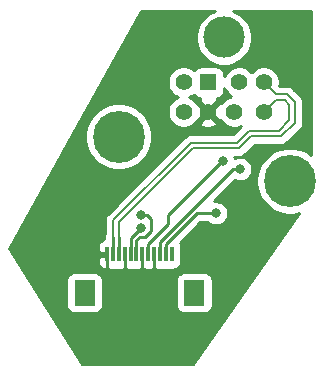
<source format=gbr>
%TF.GenerationSoftware,KiCad,Pcbnew,5.1.12-84ad8e8a86~92~ubuntu20.04.1*%
%TF.CreationDate,2021-12-06T23:40:28-06:00*%
%TF.ProjectId,portboard_dt,706f7274-626f-4617-9264-5f64742e6b69,rev?*%
%TF.SameCoordinates,Original*%
%TF.FileFunction,Copper,L1,Top*%
%TF.FilePolarity,Positive*%
%FSLAX46Y46*%
G04 Gerber Fmt 4.6, Leading zero omitted, Abs format (unit mm)*
G04 Created by KiCad (PCBNEW 5.1.12-84ad8e8a86~92~ubuntu20.04.1) date 2021-12-06 23:40:28*
%MOMM*%
%LPD*%
G01*
G04 APERTURE LIST*
%TA.AperFunction,ComponentPad*%
%ADD10C,3.500000*%
%TD*%
%TA.AperFunction,ComponentPad*%
%ADD11C,1.422400*%
%TD*%
%TA.AperFunction,ComponentPad*%
%ADD12R,1.422400X1.422400*%
%TD*%
%TA.AperFunction,SMDPad,CuDef*%
%ADD13R,0.300000X1.300000*%
%TD*%
%TA.AperFunction,SMDPad,CuDef*%
%ADD14R,1.800000X2.200000*%
%TD*%
%TA.AperFunction,ComponentPad*%
%ADD15C,4.400000*%
%TD*%
%TA.AperFunction,ViaPad*%
%ADD16C,0.800000*%
%TD*%
%TA.AperFunction,Conductor*%
%ADD17C,0.250000*%
%TD*%
%TA.AperFunction,Conductor*%
%ADD18C,0.200000*%
%TD*%
%TA.AperFunction,Conductor*%
%ADD19C,0.254000*%
%TD*%
%TA.AperFunction,Conductor*%
%ADD20C,0.150000*%
%TD*%
G04 APERTURE END LIST*
D10*
%TO.P,J2,SH2*%
%TO.N,N/C*%
X115874800Y-70104000D03*
D11*
%TO.P,J2,2*%
%TO.N,/HSKi*%
X117174800Y-73904000D03*
D12*
%TO.P,J2,1*%
%TO.N,/HSKo*%
X114574800Y-73904000D03*
D11*
%TO.P,J2,3*%
%TO.N,/TXD-*%
X112474800Y-73904000D03*
%TO.P,J2,5*%
%TO.N,/RXD-*%
X119274800Y-73904000D03*
%TO.P,J2,8*%
%TO.N,/RXD+*%
X119274800Y-76404000D03*
%TO.P,J2,6*%
%TO.N,/TXD+*%
X112474800Y-76404000D03*
%TO.P,J2,4*%
%TO.N,GND*%
X114574800Y-76404000D03*
%TO.P,J2,7*%
%TO.N,/GPi*%
X116774800Y-76404000D03*
%TD*%
D13*
%TO.P,J1,12*%
%TO.N,+5V*%
X111487400Y-88472400D03*
%TO.P,J1,11*%
%TO.N,/HSKo*%
X110987400Y-88472400D03*
%TO.P,J1,10*%
%TO.N,/HSKi*%
X110487400Y-88472400D03*
%TO.P,J1,9*%
%TO.N,GND*%
X109987400Y-88472400D03*
%TO.P,J1,8*%
%TO.N,/GPi*%
X109487400Y-88472400D03*
%TO.P,J1,7*%
%TO.N,GND*%
X108987400Y-88472400D03*
%TO.P,J1,6*%
%TO.N,/TXD-*%
X108487400Y-88472400D03*
%TO.P,J1,5*%
%TO.N,/TXD+*%
X107987400Y-88472400D03*
%TO.P,J1,4*%
%TO.N,GND*%
X107487400Y-88472400D03*
%TO.P,J1,3*%
%TO.N,/RXD-*%
X106987400Y-88472400D03*
%TO.P,J1,2*%
%TO.N,/RXD+*%
X106487400Y-88472400D03*
%TO.P,J1,1*%
%TO.N,GND*%
X105987400Y-88472400D03*
D14*
%TO.P,J1,MP*%
%TO.N,N/C*%
X104087400Y-91722400D03*
X113387400Y-91722400D03*
%TD*%
D15*
%TO.P,H2,1*%
%TO.N,N/C*%
X121477900Y-82261400D03*
%TD*%
%TO.P,H1,1*%
%TO.N,N/C*%
X106977920Y-78501400D03*
%TD*%
D16*
%TO.N,GND*%
X110337600Y-92684600D03*
X106883200Y-92710000D03*
X108127800Y-91211400D03*
%TO.N,/HSKo*%
X115214400Y-84988400D03*
%TO.N,/HSKi*%
X117246400Y-81254600D03*
%TO.N,/TXD-*%
X108839000Y-85174600D03*
%TO.N,/TXD+*%
X108839000Y-86224600D03*
%TO.N,/GPi*%
X115798600Y-80594200D03*
%TD*%
D17*
%TO.N,GND*%
X105987400Y-88472400D02*
X105987400Y-89985400D01*
X105987400Y-89985400D02*
X106222800Y-90220800D01*
X109987400Y-89732800D02*
X109987400Y-88472400D01*
X109499400Y-90220800D02*
X109987400Y-89732800D01*
X108987400Y-90123200D02*
X108889800Y-90220800D01*
X108987400Y-88472400D02*
X108987400Y-90123200D01*
X108889800Y-90220800D02*
X109499400Y-90220800D01*
X107487400Y-90200800D02*
X107467400Y-90220800D01*
X107487400Y-88472400D02*
X107487400Y-90200800D01*
X107467400Y-90220800D02*
X108889800Y-90220800D01*
X106222800Y-90220800D02*
X107467400Y-90220800D01*
X106908600Y-92684600D02*
X106883200Y-92710000D01*
X110337600Y-92684600D02*
X106908600Y-92684600D01*
X107467400Y-90551000D02*
X107467400Y-90220800D01*
X108127800Y-91211400D02*
X107467400Y-90551000D01*
X109499400Y-91846400D02*
X110337600Y-92684600D01*
X109499400Y-90220800D02*
X109499400Y-91846400D01*
X106222800Y-92049600D02*
X106883200Y-92710000D01*
X106222800Y-90220800D02*
X106222800Y-92049600D01*
X105987400Y-88472400D02*
X104821600Y-88472400D01*
X104821600Y-88472400D02*
X104648000Y-88646000D01*
X104648000Y-88646000D02*
X104648000Y-89154000D01*
X106883200Y-91389200D02*
X106883200Y-92710000D01*
X104648000Y-89154000D02*
X106883200Y-91389200D01*
%TO.N,/HSKo*%
X111012399Y-87562399D02*
X113586398Y-84988400D01*
X111012399Y-88447401D02*
X111012399Y-87562399D01*
X110987400Y-88472400D02*
X111012399Y-88447401D01*
X113586398Y-84988400D02*
X115214400Y-84988400D01*
%TO.N,/HSKi*%
X110487400Y-87447915D02*
X116680715Y-81254600D01*
X110487400Y-88472400D02*
X110487400Y-87447915D01*
X116680715Y-81254600D02*
X117246400Y-81254600D01*
%TO.N,/TXD-*%
X108487400Y-88472400D02*
X108487400Y-87270400D01*
X108487400Y-87270400D02*
X108788200Y-86969600D01*
X108788200Y-86969600D02*
X109169200Y-86969600D01*
X109169200Y-86969600D02*
X109677200Y-86461600D01*
X109677200Y-86461600D02*
X109677200Y-85471000D01*
X109380800Y-85174600D02*
X108839000Y-85174600D01*
X109677200Y-85471000D02*
X109380800Y-85174600D01*
%TO.N,/TXD+*%
X107987400Y-87076200D02*
X107987400Y-88472400D01*
X108839000Y-86224600D02*
X107987400Y-87076200D01*
%TO.N,/GPi*%
X109487400Y-87572400D02*
X111182400Y-85877400D01*
X109487400Y-88472400D02*
X109487400Y-87572400D01*
X111182400Y-85877400D02*
X111182400Y-85108800D01*
X115697000Y-80594200D02*
X115798600Y-80594200D01*
X111182400Y-85108800D02*
X115697000Y-80594200D01*
%TO.N,/RXD-*%
X106981200Y-88466200D02*
X106987400Y-88472400D01*
X106981200Y-86969600D02*
X106981200Y-88466200D01*
D18*
X106981200Y-85767400D02*
X106981200Y-86969600D01*
X113275600Y-79473000D02*
X106981200Y-85767400D01*
X117187200Y-79473000D02*
X113275600Y-79473000D01*
X118203200Y-78457000D02*
X117187200Y-79473000D01*
X120743200Y-78457000D02*
X118203200Y-78457000D01*
X121891000Y-75598800D02*
X121891000Y-77309200D01*
X119274800Y-73904000D02*
X120299800Y-74929000D01*
X121891000Y-77309200D02*
X120743200Y-78457000D01*
X120299800Y-74929000D02*
X121221200Y-74929000D01*
X121221200Y-74929000D02*
X121891000Y-75598800D01*
D17*
%TO.N,/RXD+*%
X106487400Y-87013400D02*
X106487400Y-88472400D01*
X106531200Y-86969600D02*
X106487400Y-87013400D01*
D18*
X106531200Y-85581000D02*
X106531200Y-86969600D01*
X120299800Y-75379000D02*
X121034800Y-75379000D01*
X121441000Y-75785200D02*
X121441000Y-77122800D01*
X120556800Y-78007000D02*
X118016800Y-78007000D01*
X121034800Y-75379000D02*
X121441000Y-75785200D01*
X118016800Y-78007000D02*
X117000800Y-79023000D01*
X121441000Y-77122800D02*
X120556800Y-78007000D01*
X117000800Y-79023000D02*
X113089200Y-79023000D01*
X119274800Y-76404000D02*
X120299800Y-75379000D01*
X113089200Y-79023000D02*
X106531200Y-85581000D01*
%TD*%
D19*
%TO.N,GND*%
X114745079Y-67990440D02*
X114354451Y-68251450D01*
X114022250Y-68583651D01*
X113761240Y-68974279D01*
X113581454Y-69408321D01*
X113489800Y-69869098D01*
X113489800Y-70338902D01*
X113581454Y-70799679D01*
X113761240Y-71233721D01*
X114022250Y-71624349D01*
X114354451Y-71956550D01*
X114745079Y-72217560D01*
X115179121Y-72397346D01*
X115639898Y-72489000D01*
X116109702Y-72489000D01*
X116570479Y-72397346D01*
X117004521Y-72217560D01*
X117395149Y-71956550D01*
X117727350Y-71624349D01*
X117988360Y-71233721D01*
X118168146Y-70799679D01*
X118259800Y-70338902D01*
X118259800Y-69869098D01*
X118168146Y-69408321D01*
X117988360Y-68974279D01*
X117727350Y-68583651D01*
X117395149Y-68251450D01*
X117004521Y-67990440D01*
X116632635Y-67836400D01*
X123292900Y-67836400D01*
X123292901Y-80067106D01*
X123285107Y-80059312D01*
X122820776Y-79749056D01*
X122304839Y-79535348D01*
X121757123Y-79426400D01*
X121198677Y-79426400D01*
X120650961Y-79535348D01*
X120135024Y-79749056D01*
X119670693Y-80059312D01*
X119275812Y-80454193D01*
X118965556Y-80918524D01*
X118751848Y-81434461D01*
X118642900Y-81982177D01*
X118642900Y-82540623D01*
X118751848Y-83088339D01*
X118965556Y-83604276D01*
X119275812Y-84068607D01*
X119670693Y-84463488D01*
X120135024Y-84773744D01*
X120650961Y-84987452D01*
X121198677Y-85096400D01*
X121757123Y-85096400D01*
X122251615Y-84998039D01*
X113245648Y-97716410D01*
X103881572Y-97716410D01*
X99414652Y-90622400D01*
X102549328Y-90622400D01*
X102549328Y-92822400D01*
X102561588Y-92946882D01*
X102597898Y-93066580D01*
X102656863Y-93176894D01*
X102736215Y-93273585D01*
X102832906Y-93352937D01*
X102943220Y-93411902D01*
X103062918Y-93448212D01*
X103187400Y-93460472D01*
X104987400Y-93460472D01*
X105111882Y-93448212D01*
X105231580Y-93411902D01*
X105341894Y-93352937D01*
X105438585Y-93273585D01*
X105517937Y-93176894D01*
X105576902Y-93066580D01*
X105613212Y-92946882D01*
X105625472Y-92822400D01*
X105625472Y-90622400D01*
X111849328Y-90622400D01*
X111849328Y-92822400D01*
X111861588Y-92946882D01*
X111897898Y-93066580D01*
X111956863Y-93176894D01*
X112036215Y-93273585D01*
X112132906Y-93352937D01*
X112243220Y-93411902D01*
X112362918Y-93448212D01*
X112487400Y-93460472D01*
X114287400Y-93460472D01*
X114411882Y-93448212D01*
X114531580Y-93411902D01*
X114641894Y-93352937D01*
X114738585Y-93273585D01*
X114817937Y-93176894D01*
X114876902Y-93066580D01*
X114913212Y-92946882D01*
X114925472Y-92822400D01*
X114925472Y-90622400D01*
X114913212Y-90497918D01*
X114876902Y-90378220D01*
X114817937Y-90267906D01*
X114738585Y-90171215D01*
X114641894Y-90091863D01*
X114531580Y-90032898D01*
X114411882Y-89996588D01*
X114287400Y-89984328D01*
X112487400Y-89984328D01*
X112362918Y-89996588D01*
X112243220Y-90032898D01*
X112132906Y-90091863D01*
X112036215Y-90171215D01*
X111956863Y-90267906D01*
X111897898Y-90378220D01*
X111861588Y-90497918D01*
X111849328Y-90622400D01*
X105625472Y-90622400D01*
X105613212Y-90497918D01*
X105576902Y-90378220D01*
X105517937Y-90267906D01*
X105438585Y-90171215D01*
X105341894Y-90091863D01*
X105231580Y-90032898D01*
X105111882Y-89996588D01*
X104987400Y-89984328D01*
X103187400Y-89984328D01*
X103062918Y-89996588D01*
X102943220Y-90032898D01*
X102832906Y-90091863D01*
X102736215Y-90171215D01*
X102656863Y-90267906D01*
X102597898Y-90378220D01*
X102561588Y-90497918D01*
X102549328Y-90622400D01*
X99414652Y-90622400D01*
X97712152Y-87918625D01*
X97759968Y-87832868D01*
X105199414Y-87832868D01*
X105202400Y-88186650D01*
X105361150Y-88345400D01*
X105699328Y-88345400D01*
X105699328Y-88599400D01*
X105361150Y-88599400D01*
X105202400Y-88758150D01*
X105199414Y-89111932D01*
X105209630Y-89236598D01*
X105243972Y-89356875D01*
X105301118Y-89468142D01*
X105378874Y-89566122D01*
X105474250Y-89647050D01*
X105583582Y-89707816D01*
X105702668Y-89746085D01*
X105805650Y-89757400D01*
X105942925Y-89620125D01*
X105982906Y-89652937D01*
X106093220Y-89711902D01*
X106136903Y-89725153D01*
X106169150Y-89757400D01*
X106233935Y-89750282D01*
X106337400Y-89760472D01*
X106637400Y-89760472D01*
X106737400Y-89750623D01*
X106837400Y-89760472D01*
X107137400Y-89760472D01*
X107240865Y-89750282D01*
X107305650Y-89757400D01*
X107337897Y-89725153D01*
X107381580Y-89711902D01*
X107487400Y-89655339D01*
X107593220Y-89711902D01*
X107636903Y-89725153D01*
X107669150Y-89757400D01*
X107733935Y-89750282D01*
X107837400Y-89760472D01*
X108137400Y-89760472D01*
X108237400Y-89750623D01*
X108337400Y-89760472D01*
X108637400Y-89760472D01*
X108740865Y-89750282D01*
X108805650Y-89757400D01*
X108837897Y-89725153D01*
X108881580Y-89711902D01*
X108987400Y-89655339D01*
X109093220Y-89711902D01*
X109136903Y-89725153D01*
X109169150Y-89757400D01*
X109233935Y-89750282D01*
X109337400Y-89760472D01*
X109637400Y-89760472D01*
X109740865Y-89750282D01*
X109805650Y-89757400D01*
X109837897Y-89725153D01*
X109881580Y-89711902D01*
X109987400Y-89655339D01*
X110093220Y-89711902D01*
X110136903Y-89725153D01*
X110169150Y-89757400D01*
X110233935Y-89750282D01*
X110337400Y-89760472D01*
X110637400Y-89760472D01*
X110737400Y-89750623D01*
X110837400Y-89760472D01*
X111137400Y-89760472D01*
X111237400Y-89750623D01*
X111337400Y-89760472D01*
X111637400Y-89760472D01*
X111761882Y-89748212D01*
X111881580Y-89711902D01*
X111991894Y-89652937D01*
X112088585Y-89573585D01*
X112167937Y-89476894D01*
X112226902Y-89366580D01*
X112263212Y-89246882D01*
X112275472Y-89122400D01*
X112275472Y-87822400D01*
X112263212Y-87697918D01*
X112226902Y-87578220D01*
X112172729Y-87476871D01*
X113901200Y-85748400D01*
X114510689Y-85748400D01*
X114554626Y-85792337D01*
X114724144Y-85905605D01*
X114912502Y-85983626D01*
X115112461Y-86023400D01*
X115316339Y-86023400D01*
X115516298Y-85983626D01*
X115704656Y-85905605D01*
X115874174Y-85792337D01*
X116018337Y-85648174D01*
X116131605Y-85478656D01*
X116209626Y-85290298D01*
X116249400Y-85090339D01*
X116249400Y-84886461D01*
X116209626Y-84686502D01*
X116131605Y-84498144D01*
X116018337Y-84328626D01*
X115874174Y-84184463D01*
X115704656Y-84071195D01*
X115516298Y-83993174D01*
X115316339Y-83953400D01*
X115112461Y-83953400D01*
X115042875Y-83967241D01*
X116814245Y-82195872D01*
X116944502Y-82249826D01*
X117144461Y-82289600D01*
X117348339Y-82289600D01*
X117548298Y-82249826D01*
X117736656Y-82171805D01*
X117906174Y-82058537D01*
X118050337Y-81914374D01*
X118163605Y-81744856D01*
X118241626Y-81556498D01*
X118281400Y-81356539D01*
X118281400Y-81152661D01*
X118241626Y-80952702D01*
X118163605Y-80764344D01*
X118050337Y-80594826D01*
X117906174Y-80450663D01*
X117736656Y-80337395D01*
X117548298Y-80259374D01*
X117348339Y-80219600D01*
X117144461Y-80219600D01*
X116944502Y-80259374D01*
X116799244Y-80319542D01*
X116793826Y-80292302D01*
X116758907Y-80208000D01*
X117151095Y-80208000D01*
X117187200Y-80211556D01*
X117223305Y-80208000D01*
X117331285Y-80197365D01*
X117469833Y-80155337D01*
X117597520Y-80087087D01*
X117709438Y-79995238D01*
X117732458Y-79967188D01*
X118507647Y-79192000D01*
X120707095Y-79192000D01*
X120743200Y-79195556D01*
X120779305Y-79192000D01*
X120887285Y-79181365D01*
X121025833Y-79139337D01*
X121153520Y-79071087D01*
X121265438Y-78979238D01*
X121288458Y-78951188D01*
X122385193Y-77854454D01*
X122413238Y-77831438D01*
X122505087Y-77719520D01*
X122573337Y-77591833D01*
X122615365Y-77453285D01*
X122626000Y-77345305D01*
X122626000Y-77345296D01*
X122629555Y-77309201D01*
X122626000Y-77273106D01*
X122626000Y-75634894D01*
X122629555Y-75598799D01*
X122626000Y-75562704D01*
X122626000Y-75562695D01*
X122615365Y-75454715D01*
X122573337Y-75316167D01*
X122505087Y-75188480D01*
X122440296Y-75109533D01*
X122436253Y-75104606D01*
X122436250Y-75104603D01*
X122413237Y-75076562D01*
X122385197Y-75053550D01*
X121766458Y-74434812D01*
X121743438Y-74406762D01*
X121631520Y-74314913D01*
X121503833Y-74246663D01*
X121365285Y-74204635D01*
X121257305Y-74194000D01*
X121221200Y-74190444D01*
X121185095Y-74194000D01*
X120604247Y-74194000D01*
X120592105Y-74181858D01*
X120621000Y-74036589D01*
X120621000Y-73771411D01*
X120569267Y-73511328D01*
X120467787Y-73266335D01*
X120320462Y-73045847D01*
X120132953Y-72858338D01*
X119912465Y-72711013D01*
X119667472Y-72609533D01*
X119407389Y-72557800D01*
X119142211Y-72557800D01*
X118882128Y-72609533D01*
X118637135Y-72711013D01*
X118416647Y-72858338D01*
X118229138Y-73045847D01*
X118224800Y-73052339D01*
X118220462Y-73045847D01*
X118032953Y-72858338D01*
X117812465Y-72711013D01*
X117567472Y-72609533D01*
X117307389Y-72557800D01*
X117042211Y-72557800D01*
X116782128Y-72609533D01*
X116537135Y-72711013D01*
X116316647Y-72858338D01*
X116129138Y-73045847D01*
X115981813Y-73266335D01*
X115924072Y-73405733D01*
X115924072Y-73192800D01*
X115911812Y-73068318D01*
X115875502Y-72948620D01*
X115816537Y-72838306D01*
X115737185Y-72741615D01*
X115640494Y-72662263D01*
X115530180Y-72603298D01*
X115410482Y-72566988D01*
X115286000Y-72554728D01*
X113863600Y-72554728D01*
X113739118Y-72566988D01*
X113619420Y-72603298D01*
X113509106Y-72662263D01*
X113412415Y-72741615D01*
X113333063Y-72838306D01*
X113325144Y-72853120D01*
X113112465Y-72711013D01*
X112867472Y-72609533D01*
X112607389Y-72557800D01*
X112342211Y-72557800D01*
X112082128Y-72609533D01*
X111837135Y-72711013D01*
X111616647Y-72858338D01*
X111429138Y-73045847D01*
X111281813Y-73266335D01*
X111180333Y-73511328D01*
X111128600Y-73771411D01*
X111128600Y-74036589D01*
X111180333Y-74296672D01*
X111281813Y-74541665D01*
X111429138Y-74762153D01*
X111616647Y-74949662D01*
X111837135Y-75096987D01*
X111974776Y-75154000D01*
X111837135Y-75211013D01*
X111616647Y-75358338D01*
X111429138Y-75545847D01*
X111281813Y-75766335D01*
X111180333Y-76011328D01*
X111128600Y-76271411D01*
X111128600Y-76536589D01*
X111180333Y-76796672D01*
X111281813Y-77041665D01*
X111429138Y-77262153D01*
X111616647Y-77449662D01*
X111837135Y-77596987D01*
X112082128Y-77698467D01*
X112342211Y-77750200D01*
X112607389Y-77750200D01*
X112867472Y-77698467D01*
X113112465Y-77596987D01*
X113332953Y-77449662D01*
X113449342Y-77333273D01*
X113825132Y-77333273D01*
X113885952Y-77568183D01*
X114126309Y-77680202D01*
X114383902Y-77743176D01*
X114648830Y-77754687D01*
X114910913Y-77714291D01*
X115160080Y-77623542D01*
X115263648Y-77568183D01*
X115324468Y-77333273D01*
X114574800Y-76583605D01*
X113825132Y-77333273D01*
X113449342Y-77333273D01*
X113520462Y-77262153D01*
X113600703Y-77142063D01*
X113645527Y-77153668D01*
X114395195Y-76404000D01*
X113645527Y-75654332D01*
X113600703Y-75665937D01*
X113520462Y-75545847D01*
X113332953Y-75358338D01*
X113112465Y-75211013D01*
X112974824Y-75154000D01*
X113112465Y-75096987D01*
X113325144Y-74954880D01*
X113333063Y-74969694D01*
X113412415Y-75066385D01*
X113509106Y-75145737D01*
X113619420Y-75204702D01*
X113739118Y-75241012D01*
X113863600Y-75253272D01*
X113882468Y-75253272D01*
X113825132Y-75474727D01*
X114574800Y-76224395D01*
X115324468Y-75474727D01*
X115267132Y-75253272D01*
X115286000Y-75253272D01*
X115410482Y-75241012D01*
X115530180Y-75204702D01*
X115640494Y-75145737D01*
X115737185Y-75066385D01*
X115816537Y-74969694D01*
X115875502Y-74859380D01*
X115911812Y-74739682D01*
X115924072Y-74615200D01*
X115924072Y-74402267D01*
X115981813Y-74541665D01*
X116129138Y-74762153D01*
X116316647Y-74949662D01*
X116516046Y-75082896D01*
X116382128Y-75109533D01*
X116137135Y-75211013D01*
X115916647Y-75358338D01*
X115729138Y-75545847D01*
X115634148Y-75688009D01*
X115504073Y-75654332D01*
X114754405Y-76404000D01*
X115504073Y-77153668D01*
X115634148Y-77119991D01*
X115729138Y-77262153D01*
X115916647Y-77449662D01*
X116137135Y-77596987D01*
X116382128Y-77698467D01*
X116642211Y-77750200D01*
X116907389Y-77750200D01*
X117167472Y-77698467D01*
X117369618Y-77614735D01*
X116696354Y-78288000D01*
X113125305Y-78288000D01*
X113089200Y-78284444D01*
X112945115Y-78298635D01*
X112806566Y-78340663D01*
X112678880Y-78408913D01*
X112566962Y-78500762D01*
X112543946Y-78528807D01*
X106037008Y-85035746D01*
X106008962Y-85058763D01*
X105917113Y-85170681D01*
X105848863Y-85298368D01*
X105831053Y-85357080D01*
X105806835Y-85436915D01*
X105792644Y-85581000D01*
X105796200Y-85617106D01*
X105796201Y-86694313D01*
X105781854Y-86721154D01*
X105738397Y-86864415D01*
X105727400Y-86976068D01*
X105727400Y-86976078D01*
X105723724Y-87013400D01*
X105727400Y-87050723D01*
X105727400Y-87195998D01*
X105702668Y-87198715D01*
X105583582Y-87236984D01*
X105474250Y-87297750D01*
X105378874Y-87378678D01*
X105301118Y-87476658D01*
X105243972Y-87587925D01*
X105209630Y-87708202D01*
X105199414Y-87832868D01*
X97759968Y-87832868D01*
X103118712Y-78222177D01*
X104142920Y-78222177D01*
X104142920Y-78780623D01*
X104251868Y-79328339D01*
X104465576Y-79844276D01*
X104775832Y-80308607D01*
X105170713Y-80703488D01*
X105635044Y-81013744D01*
X106150981Y-81227452D01*
X106698697Y-81336400D01*
X107257143Y-81336400D01*
X107804859Y-81227452D01*
X108320796Y-81013744D01*
X108785127Y-80703488D01*
X109180008Y-80308607D01*
X109490264Y-79844276D01*
X109703972Y-79328339D01*
X109812920Y-78780623D01*
X109812920Y-78222177D01*
X109703972Y-77674461D01*
X109490264Y-77158524D01*
X109180008Y-76694193D01*
X108785127Y-76299312D01*
X108320796Y-75989056D01*
X107804859Y-75775348D01*
X107257143Y-75666400D01*
X106698697Y-75666400D01*
X106150981Y-75775348D01*
X105635044Y-75989056D01*
X105170713Y-76299312D01*
X104775832Y-76694193D01*
X104465576Y-77158524D01*
X104251868Y-77674461D01*
X104142920Y-78222177D01*
X103118712Y-78222177D01*
X108909631Y-67836400D01*
X115116965Y-67836400D01*
X114745079Y-67990440D01*
%TA.AperFunction,Conductor*%
D20*
G36*
X114745079Y-67990440D02*
G01*
X114354451Y-68251450D01*
X114022250Y-68583651D01*
X113761240Y-68974279D01*
X113581454Y-69408321D01*
X113489800Y-69869098D01*
X113489800Y-70338902D01*
X113581454Y-70799679D01*
X113761240Y-71233721D01*
X114022250Y-71624349D01*
X114354451Y-71956550D01*
X114745079Y-72217560D01*
X115179121Y-72397346D01*
X115639898Y-72489000D01*
X116109702Y-72489000D01*
X116570479Y-72397346D01*
X117004521Y-72217560D01*
X117395149Y-71956550D01*
X117727350Y-71624349D01*
X117988360Y-71233721D01*
X118168146Y-70799679D01*
X118259800Y-70338902D01*
X118259800Y-69869098D01*
X118168146Y-69408321D01*
X117988360Y-68974279D01*
X117727350Y-68583651D01*
X117395149Y-68251450D01*
X117004521Y-67990440D01*
X116632635Y-67836400D01*
X123292900Y-67836400D01*
X123292901Y-80067106D01*
X123285107Y-80059312D01*
X122820776Y-79749056D01*
X122304839Y-79535348D01*
X121757123Y-79426400D01*
X121198677Y-79426400D01*
X120650961Y-79535348D01*
X120135024Y-79749056D01*
X119670693Y-80059312D01*
X119275812Y-80454193D01*
X118965556Y-80918524D01*
X118751848Y-81434461D01*
X118642900Y-81982177D01*
X118642900Y-82540623D01*
X118751848Y-83088339D01*
X118965556Y-83604276D01*
X119275812Y-84068607D01*
X119670693Y-84463488D01*
X120135024Y-84773744D01*
X120650961Y-84987452D01*
X121198677Y-85096400D01*
X121757123Y-85096400D01*
X122251615Y-84998039D01*
X113245648Y-97716410D01*
X103881572Y-97716410D01*
X99414652Y-90622400D01*
X102549328Y-90622400D01*
X102549328Y-92822400D01*
X102561588Y-92946882D01*
X102597898Y-93066580D01*
X102656863Y-93176894D01*
X102736215Y-93273585D01*
X102832906Y-93352937D01*
X102943220Y-93411902D01*
X103062918Y-93448212D01*
X103187400Y-93460472D01*
X104987400Y-93460472D01*
X105111882Y-93448212D01*
X105231580Y-93411902D01*
X105341894Y-93352937D01*
X105438585Y-93273585D01*
X105517937Y-93176894D01*
X105576902Y-93066580D01*
X105613212Y-92946882D01*
X105625472Y-92822400D01*
X105625472Y-90622400D01*
X111849328Y-90622400D01*
X111849328Y-92822400D01*
X111861588Y-92946882D01*
X111897898Y-93066580D01*
X111956863Y-93176894D01*
X112036215Y-93273585D01*
X112132906Y-93352937D01*
X112243220Y-93411902D01*
X112362918Y-93448212D01*
X112487400Y-93460472D01*
X114287400Y-93460472D01*
X114411882Y-93448212D01*
X114531580Y-93411902D01*
X114641894Y-93352937D01*
X114738585Y-93273585D01*
X114817937Y-93176894D01*
X114876902Y-93066580D01*
X114913212Y-92946882D01*
X114925472Y-92822400D01*
X114925472Y-90622400D01*
X114913212Y-90497918D01*
X114876902Y-90378220D01*
X114817937Y-90267906D01*
X114738585Y-90171215D01*
X114641894Y-90091863D01*
X114531580Y-90032898D01*
X114411882Y-89996588D01*
X114287400Y-89984328D01*
X112487400Y-89984328D01*
X112362918Y-89996588D01*
X112243220Y-90032898D01*
X112132906Y-90091863D01*
X112036215Y-90171215D01*
X111956863Y-90267906D01*
X111897898Y-90378220D01*
X111861588Y-90497918D01*
X111849328Y-90622400D01*
X105625472Y-90622400D01*
X105613212Y-90497918D01*
X105576902Y-90378220D01*
X105517937Y-90267906D01*
X105438585Y-90171215D01*
X105341894Y-90091863D01*
X105231580Y-90032898D01*
X105111882Y-89996588D01*
X104987400Y-89984328D01*
X103187400Y-89984328D01*
X103062918Y-89996588D01*
X102943220Y-90032898D01*
X102832906Y-90091863D01*
X102736215Y-90171215D01*
X102656863Y-90267906D01*
X102597898Y-90378220D01*
X102561588Y-90497918D01*
X102549328Y-90622400D01*
X99414652Y-90622400D01*
X97712152Y-87918625D01*
X97759968Y-87832868D01*
X105199414Y-87832868D01*
X105202400Y-88186650D01*
X105361150Y-88345400D01*
X105699328Y-88345400D01*
X105699328Y-88599400D01*
X105361150Y-88599400D01*
X105202400Y-88758150D01*
X105199414Y-89111932D01*
X105209630Y-89236598D01*
X105243972Y-89356875D01*
X105301118Y-89468142D01*
X105378874Y-89566122D01*
X105474250Y-89647050D01*
X105583582Y-89707816D01*
X105702668Y-89746085D01*
X105805650Y-89757400D01*
X105942925Y-89620125D01*
X105982906Y-89652937D01*
X106093220Y-89711902D01*
X106136903Y-89725153D01*
X106169150Y-89757400D01*
X106233935Y-89750282D01*
X106337400Y-89760472D01*
X106637400Y-89760472D01*
X106737400Y-89750623D01*
X106837400Y-89760472D01*
X107137400Y-89760472D01*
X107240865Y-89750282D01*
X107305650Y-89757400D01*
X107337897Y-89725153D01*
X107381580Y-89711902D01*
X107487400Y-89655339D01*
X107593220Y-89711902D01*
X107636903Y-89725153D01*
X107669150Y-89757400D01*
X107733935Y-89750282D01*
X107837400Y-89760472D01*
X108137400Y-89760472D01*
X108237400Y-89750623D01*
X108337400Y-89760472D01*
X108637400Y-89760472D01*
X108740865Y-89750282D01*
X108805650Y-89757400D01*
X108837897Y-89725153D01*
X108881580Y-89711902D01*
X108987400Y-89655339D01*
X109093220Y-89711902D01*
X109136903Y-89725153D01*
X109169150Y-89757400D01*
X109233935Y-89750282D01*
X109337400Y-89760472D01*
X109637400Y-89760472D01*
X109740865Y-89750282D01*
X109805650Y-89757400D01*
X109837897Y-89725153D01*
X109881580Y-89711902D01*
X109987400Y-89655339D01*
X110093220Y-89711902D01*
X110136903Y-89725153D01*
X110169150Y-89757400D01*
X110233935Y-89750282D01*
X110337400Y-89760472D01*
X110637400Y-89760472D01*
X110737400Y-89750623D01*
X110837400Y-89760472D01*
X111137400Y-89760472D01*
X111237400Y-89750623D01*
X111337400Y-89760472D01*
X111637400Y-89760472D01*
X111761882Y-89748212D01*
X111881580Y-89711902D01*
X111991894Y-89652937D01*
X112088585Y-89573585D01*
X112167937Y-89476894D01*
X112226902Y-89366580D01*
X112263212Y-89246882D01*
X112275472Y-89122400D01*
X112275472Y-87822400D01*
X112263212Y-87697918D01*
X112226902Y-87578220D01*
X112172729Y-87476871D01*
X113901200Y-85748400D01*
X114510689Y-85748400D01*
X114554626Y-85792337D01*
X114724144Y-85905605D01*
X114912502Y-85983626D01*
X115112461Y-86023400D01*
X115316339Y-86023400D01*
X115516298Y-85983626D01*
X115704656Y-85905605D01*
X115874174Y-85792337D01*
X116018337Y-85648174D01*
X116131605Y-85478656D01*
X116209626Y-85290298D01*
X116249400Y-85090339D01*
X116249400Y-84886461D01*
X116209626Y-84686502D01*
X116131605Y-84498144D01*
X116018337Y-84328626D01*
X115874174Y-84184463D01*
X115704656Y-84071195D01*
X115516298Y-83993174D01*
X115316339Y-83953400D01*
X115112461Y-83953400D01*
X115042875Y-83967241D01*
X116814245Y-82195872D01*
X116944502Y-82249826D01*
X117144461Y-82289600D01*
X117348339Y-82289600D01*
X117548298Y-82249826D01*
X117736656Y-82171805D01*
X117906174Y-82058537D01*
X118050337Y-81914374D01*
X118163605Y-81744856D01*
X118241626Y-81556498D01*
X118281400Y-81356539D01*
X118281400Y-81152661D01*
X118241626Y-80952702D01*
X118163605Y-80764344D01*
X118050337Y-80594826D01*
X117906174Y-80450663D01*
X117736656Y-80337395D01*
X117548298Y-80259374D01*
X117348339Y-80219600D01*
X117144461Y-80219600D01*
X116944502Y-80259374D01*
X116799244Y-80319542D01*
X116793826Y-80292302D01*
X116758907Y-80208000D01*
X117151095Y-80208000D01*
X117187200Y-80211556D01*
X117223305Y-80208000D01*
X117331285Y-80197365D01*
X117469833Y-80155337D01*
X117597520Y-80087087D01*
X117709438Y-79995238D01*
X117732458Y-79967188D01*
X118507647Y-79192000D01*
X120707095Y-79192000D01*
X120743200Y-79195556D01*
X120779305Y-79192000D01*
X120887285Y-79181365D01*
X121025833Y-79139337D01*
X121153520Y-79071087D01*
X121265438Y-78979238D01*
X121288458Y-78951188D01*
X122385193Y-77854454D01*
X122413238Y-77831438D01*
X122505087Y-77719520D01*
X122573337Y-77591833D01*
X122615365Y-77453285D01*
X122626000Y-77345305D01*
X122626000Y-77345296D01*
X122629555Y-77309201D01*
X122626000Y-77273106D01*
X122626000Y-75634894D01*
X122629555Y-75598799D01*
X122626000Y-75562704D01*
X122626000Y-75562695D01*
X122615365Y-75454715D01*
X122573337Y-75316167D01*
X122505087Y-75188480D01*
X122440296Y-75109533D01*
X122436253Y-75104606D01*
X122436250Y-75104603D01*
X122413237Y-75076562D01*
X122385197Y-75053550D01*
X121766458Y-74434812D01*
X121743438Y-74406762D01*
X121631520Y-74314913D01*
X121503833Y-74246663D01*
X121365285Y-74204635D01*
X121257305Y-74194000D01*
X121221200Y-74190444D01*
X121185095Y-74194000D01*
X120604247Y-74194000D01*
X120592105Y-74181858D01*
X120621000Y-74036589D01*
X120621000Y-73771411D01*
X120569267Y-73511328D01*
X120467787Y-73266335D01*
X120320462Y-73045847D01*
X120132953Y-72858338D01*
X119912465Y-72711013D01*
X119667472Y-72609533D01*
X119407389Y-72557800D01*
X119142211Y-72557800D01*
X118882128Y-72609533D01*
X118637135Y-72711013D01*
X118416647Y-72858338D01*
X118229138Y-73045847D01*
X118224800Y-73052339D01*
X118220462Y-73045847D01*
X118032953Y-72858338D01*
X117812465Y-72711013D01*
X117567472Y-72609533D01*
X117307389Y-72557800D01*
X117042211Y-72557800D01*
X116782128Y-72609533D01*
X116537135Y-72711013D01*
X116316647Y-72858338D01*
X116129138Y-73045847D01*
X115981813Y-73266335D01*
X115924072Y-73405733D01*
X115924072Y-73192800D01*
X115911812Y-73068318D01*
X115875502Y-72948620D01*
X115816537Y-72838306D01*
X115737185Y-72741615D01*
X115640494Y-72662263D01*
X115530180Y-72603298D01*
X115410482Y-72566988D01*
X115286000Y-72554728D01*
X113863600Y-72554728D01*
X113739118Y-72566988D01*
X113619420Y-72603298D01*
X113509106Y-72662263D01*
X113412415Y-72741615D01*
X113333063Y-72838306D01*
X113325144Y-72853120D01*
X113112465Y-72711013D01*
X112867472Y-72609533D01*
X112607389Y-72557800D01*
X112342211Y-72557800D01*
X112082128Y-72609533D01*
X111837135Y-72711013D01*
X111616647Y-72858338D01*
X111429138Y-73045847D01*
X111281813Y-73266335D01*
X111180333Y-73511328D01*
X111128600Y-73771411D01*
X111128600Y-74036589D01*
X111180333Y-74296672D01*
X111281813Y-74541665D01*
X111429138Y-74762153D01*
X111616647Y-74949662D01*
X111837135Y-75096987D01*
X111974776Y-75154000D01*
X111837135Y-75211013D01*
X111616647Y-75358338D01*
X111429138Y-75545847D01*
X111281813Y-75766335D01*
X111180333Y-76011328D01*
X111128600Y-76271411D01*
X111128600Y-76536589D01*
X111180333Y-76796672D01*
X111281813Y-77041665D01*
X111429138Y-77262153D01*
X111616647Y-77449662D01*
X111837135Y-77596987D01*
X112082128Y-77698467D01*
X112342211Y-77750200D01*
X112607389Y-77750200D01*
X112867472Y-77698467D01*
X113112465Y-77596987D01*
X113332953Y-77449662D01*
X113449342Y-77333273D01*
X113825132Y-77333273D01*
X113885952Y-77568183D01*
X114126309Y-77680202D01*
X114383902Y-77743176D01*
X114648830Y-77754687D01*
X114910913Y-77714291D01*
X115160080Y-77623542D01*
X115263648Y-77568183D01*
X115324468Y-77333273D01*
X114574800Y-76583605D01*
X113825132Y-77333273D01*
X113449342Y-77333273D01*
X113520462Y-77262153D01*
X113600703Y-77142063D01*
X113645527Y-77153668D01*
X114395195Y-76404000D01*
X113645527Y-75654332D01*
X113600703Y-75665937D01*
X113520462Y-75545847D01*
X113332953Y-75358338D01*
X113112465Y-75211013D01*
X112974824Y-75154000D01*
X113112465Y-75096987D01*
X113325144Y-74954880D01*
X113333063Y-74969694D01*
X113412415Y-75066385D01*
X113509106Y-75145737D01*
X113619420Y-75204702D01*
X113739118Y-75241012D01*
X113863600Y-75253272D01*
X113882468Y-75253272D01*
X113825132Y-75474727D01*
X114574800Y-76224395D01*
X115324468Y-75474727D01*
X115267132Y-75253272D01*
X115286000Y-75253272D01*
X115410482Y-75241012D01*
X115530180Y-75204702D01*
X115640494Y-75145737D01*
X115737185Y-75066385D01*
X115816537Y-74969694D01*
X115875502Y-74859380D01*
X115911812Y-74739682D01*
X115924072Y-74615200D01*
X115924072Y-74402267D01*
X115981813Y-74541665D01*
X116129138Y-74762153D01*
X116316647Y-74949662D01*
X116516046Y-75082896D01*
X116382128Y-75109533D01*
X116137135Y-75211013D01*
X115916647Y-75358338D01*
X115729138Y-75545847D01*
X115634148Y-75688009D01*
X115504073Y-75654332D01*
X114754405Y-76404000D01*
X115504073Y-77153668D01*
X115634148Y-77119991D01*
X115729138Y-77262153D01*
X115916647Y-77449662D01*
X116137135Y-77596987D01*
X116382128Y-77698467D01*
X116642211Y-77750200D01*
X116907389Y-77750200D01*
X117167472Y-77698467D01*
X117369618Y-77614735D01*
X116696354Y-78288000D01*
X113125305Y-78288000D01*
X113089200Y-78284444D01*
X112945115Y-78298635D01*
X112806566Y-78340663D01*
X112678880Y-78408913D01*
X112566962Y-78500762D01*
X112543946Y-78528807D01*
X106037008Y-85035746D01*
X106008962Y-85058763D01*
X105917113Y-85170681D01*
X105848863Y-85298368D01*
X105831053Y-85357080D01*
X105806835Y-85436915D01*
X105792644Y-85581000D01*
X105796200Y-85617106D01*
X105796201Y-86694313D01*
X105781854Y-86721154D01*
X105738397Y-86864415D01*
X105727400Y-86976068D01*
X105727400Y-86976078D01*
X105723724Y-87013400D01*
X105727400Y-87050723D01*
X105727400Y-87195998D01*
X105702668Y-87198715D01*
X105583582Y-87236984D01*
X105474250Y-87297750D01*
X105378874Y-87378678D01*
X105301118Y-87476658D01*
X105243972Y-87587925D01*
X105209630Y-87708202D01*
X105199414Y-87832868D01*
X97759968Y-87832868D01*
X103118712Y-78222177D01*
X104142920Y-78222177D01*
X104142920Y-78780623D01*
X104251868Y-79328339D01*
X104465576Y-79844276D01*
X104775832Y-80308607D01*
X105170713Y-80703488D01*
X105635044Y-81013744D01*
X106150981Y-81227452D01*
X106698697Y-81336400D01*
X107257143Y-81336400D01*
X107804859Y-81227452D01*
X108320796Y-81013744D01*
X108785127Y-80703488D01*
X109180008Y-80308607D01*
X109490264Y-79844276D01*
X109703972Y-79328339D01*
X109812920Y-78780623D01*
X109812920Y-78222177D01*
X109703972Y-77674461D01*
X109490264Y-77158524D01*
X109180008Y-76694193D01*
X108785127Y-76299312D01*
X108320796Y-75989056D01*
X107804859Y-75775348D01*
X107257143Y-75666400D01*
X106698697Y-75666400D01*
X106150981Y-75775348D01*
X105635044Y-75989056D01*
X105170713Y-76299312D01*
X104775832Y-76694193D01*
X104465576Y-77158524D01*
X104251868Y-77674461D01*
X104142920Y-78222177D01*
X103118712Y-78222177D01*
X108909631Y-67836400D01*
X115116965Y-67836400D01*
X114745079Y-67990440D01*
G37*
%TD.AperFunction*%
%TD*%
M02*

</source>
